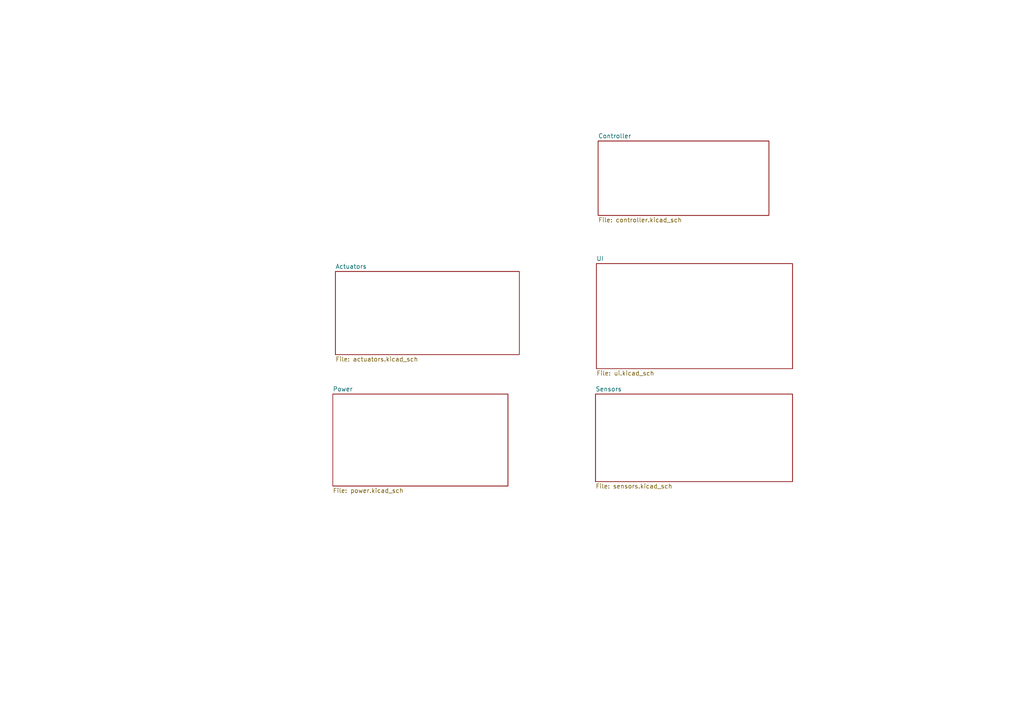
<source format=kicad_sch>
(kicad_sch (version 20211123) (generator eeschema)
  (paper "A4")
  (lib_symbols)
  (sheet (at 172.974 76.454) (size 56.896 30.48) (stroke (width 0.1524))
    (property "Sheet name" "UI" (at 172.974 75.7424 0) (effects (justify left bottom)))
    (property "Sheet file" "ui.kicad_sch" (at 172.974 107.5186 0) (effects (justify left top)))
  )
  (sheet (at 172.72 114.3) (size 57.15 25.4) (stroke (width 0.1524))
    (property "Sheet name" "Sensors" (at 172.72 113.5884 0) (effects (justify left bottom)))
    (property "Sheet file" "sensors.kicad_sch" (at 172.72 140.2846 0) (effects (justify left top)))
  )
  (sheet (at 173.482 40.894) (size 49.53 21.59) (stroke (width 0.1524))
    (property "Sheet name" "Controller" (at 173.482 40.1824 0) (effects (justify left bottom)))
    (property "Sheet file" "controller.kicad_sch" (at 173.482 63.0686 0) (effects (justify left top)))
  )
  (sheet (at 97.282 78.74) (size 53.34 24.13) (stroke (width 0.1524))
    (property "Sheet name" "Actuators" (at 97.282 78.0284 0) (effects (justify left bottom)))
    (property "Sheet file" "actuators.kicad_sch" (at 97.282 103.4546 0) (effects (justify left top)))
  )
  (sheet (at 96.52 114.3) (size 50.8 26.67) (stroke (width 0.1524))
    (property "Sheet name" "Power" (at 96.52 113.5884 0) (effects (justify left bottom)))
    (property "Sheet file" "power.kicad_sch" (at 96.52 141.5546 0) (effects (justify left top)))
  )
)
</source>
